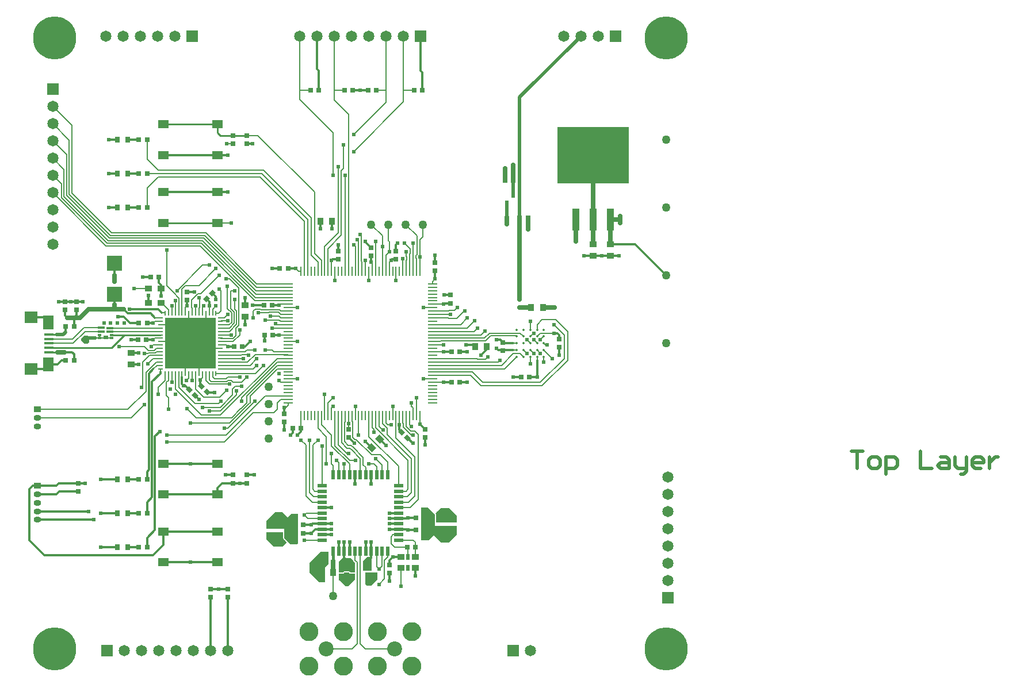
<source format=gtl>
G04 Layer_Physical_Order=1*
G04 Layer_Color=255*
%FSLAX25Y25*%
%MOIN*%
G70*
G01*
G75*
%ADD10R,0.03150X0.02756*%
%ADD11R,0.02362X0.05905*%
%ADD12R,0.02362X0.03347*%
%ADD13R,0.03937X0.03347*%
%ADD14R,0.09055X0.09055*%
G04:AMPARAMS|DCode=15|XSize=27.56mil|YSize=31.5mil|CornerRadius=0mil|HoleSize=0mil|Usage=FLASHONLY|Rotation=225.000|XOffset=0mil|YOffset=0mil|HoleType=Round|Shape=Rectangle|*
%AMROTATEDRECTD15*
4,1,4,-0.00139,0.02088,0.02088,-0.00139,0.00139,-0.02088,-0.02088,0.00139,-0.00139,0.02088,0.0*
%
%ADD15ROTATEDRECTD15*%

%ADD16R,0.03543X0.03937*%
%ADD17R,0.05315X0.01575*%
%ADD18R,0.07480X0.07087*%
%ADD19R,0.06299X0.08268*%
%ADD20R,0.03937X0.03543*%
%ADD21R,0.29528X0.29528*%
%ADD22R,0.00984X0.03150*%
%ADD23R,0.03150X0.00984*%
G04:AMPARAMS|DCode=24|XSize=29.53mil|YSize=33.47mil|CornerRadius=2.21mil|HoleSize=0mil|Usage=FLASHONLY|Rotation=180.000|XOffset=0mil|YOffset=0mil|HoleType=Round|Shape=RoundedRectangle|*
%AMROUNDEDRECTD24*
21,1,0.02953,0.02904,0,0,180.0*
21,1,0.02510,0.03347,0,0,180.0*
1,1,0.00443,-0.01255,0.01452*
1,1,0.00443,0.01255,0.01452*
1,1,0.00443,0.01255,-0.01452*
1,1,0.00443,-0.01255,-0.01452*
%
%ADD24ROUNDEDRECTD24*%
%ADD25R,0.02756X0.03150*%
%ADD26C,0.01378*%
%ADD27R,0.41339X0.33071*%
%ADD28R,0.04134X0.12992*%
%ADD29R,0.06102X0.05118*%
%ADD30R,0.03937X0.01181*%
%ADD31R,0.02362X0.01181*%
%ADD32R,0.03937X0.01575*%
%ADD33R,0.02920X0.02126*%
G04:AMPARAMS|DCode=34|XSize=39.37mil|YSize=35.43mil|CornerRadius=0mil|HoleSize=0mil|Usage=FLASHONLY|Rotation=135.000|XOffset=0mil|YOffset=0mil|HoleType=Round|Shape=Rectangle|*
%AMROTATEDRECTD34*
4,1,4,0.02645,-0.00139,0.00139,-0.02645,-0.02645,0.00139,-0.00139,0.02645,0.02645,-0.00139,0.0*
%
%ADD34ROTATEDRECTD34*%

G04:AMPARAMS|DCode=35|XSize=27.56mil|YSize=31.5mil|CornerRadius=0mil|HoleSize=0mil|Usage=FLASHONLY|Rotation=315.000|XOffset=0mil|YOffset=0mil|HoleType=Round|Shape=Rectangle|*
%AMROTATEDRECTD35*
4,1,4,-0.02088,-0.00139,0.00139,0.02088,0.02088,0.00139,-0.00139,-0.02088,-0.02088,-0.00139,0.0*
%
%ADD35ROTATEDRECTD35*%

%ADD36R,0.02000X0.05800*%
%ADD37R,0.05800X0.02000*%
%ADD38R,0.05800X0.00900*%
%ADD39R,0.00900X0.05800*%
%ADD40C,0.00800*%
%ADD41C,0.02500*%
%ADD42C,0.01500*%
%ADD43C,0.02000*%
%ADD44C,0.01200*%
%ADD45C,0.01000*%
%ADD46C,0.05000*%
%ADD47C,0.06500*%
%ADD48R,0.06500X0.06500*%
%ADD49O,0.04331X0.03543*%
%ADD50R,0.04331X0.03543*%
%ADD51R,0.06500X0.06500*%
%ADD52C,0.25000*%
%ADD53C,0.08661*%
%ADD54C,0.11024*%
%ADD55C,0.02400*%
G36*
X584172Y457431D02*
X584499Y457066D01*
X584516Y457058D01*
X584523Y457041D01*
X584737Y456952D01*
X584947Y456851D01*
X584965Y456858D01*
X584982Y456851D01*
X587500D01*
Y453500D01*
X584000Y450000D01*
X581500D01*
X578000Y453500D01*
Y456851D01*
X580372D01*
X580390Y456858D01*
X580407Y456851D01*
X580617Y456952D01*
X580831Y457041D01*
X580839Y457058D01*
X580856Y457066D01*
X581183Y457431D01*
X581207Y457500D01*
X584147D01*
X584172Y457431D01*
D02*
G37*
G36*
X586468Y464532D02*
X586509Y464324D01*
X586730Y463993D01*
X587500Y463223D01*
Y457500D01*
X585096D01*
X585018Y457538D01*
X584999Y457539D01*
X584986Y457552D01*
X584906Y457585D01*
X584655Y457865D01*
X584643Y457870D01*
X584607Y457959D01*
X584503Y458002D01*
X584428Y458086D01*
X584282Y458094D01*
X584147Y458149D01*
X581207D01*
X581072Y458094D01*
X580926Y458086D01*
X580851Y458002D01*
X580748Y457959D01*
X580711Y457870D01*
X580699Y457865D01*
X580449Y457585D01*
X580368Y457552D01*
X580355Y457539D01*
X580336Y457538D01*
X580258Y457500D01*
X578000D01*
Y464000D01*
X580000Y466000D01*
X585000D01*
X586468Y464532D01*
D02*
G37*
G36*
X600295Y453500D02*
X596795Y450000D01*
X594295D01*
X593500Y450795D01*
Y457500D01*
X600295D01*
Y453500D01*
D02*
G37*
G36*
X572000Y462500D02*
X570000Y460500D01*
Y452000D01*
X566500D01*
X561000Y457500D01*
Y463000D01*
X567500Y469500D01*
X572000D01*
Y462500D01*
D02*
G37*
G36*
X597000Y465500D02*
Y458500D01*
X592000D01*
Y464000D01*
X594500Y466500D01*
X596000D01*
X597000Y465500D01*
D02*
G37*
G36*
X633618Y491437D02*
X633618Y484520D01*
X646457D01*
Y479520D01*
X641957Y475020D01*
X637457D01*
X633010Y479466D01*
X629921Y476378D01*
X625618Y476378D01*
X625618Y495437D01*
X629618D01*
X633618Y491437D01*
D02*
G37*
G36*
X646457Y490520D02*
Y486520D01*
X634268D01*
X634268Y491437D01*
X634077Y491896D01*
X633955Y492018D01*
X636957Y495020D01*
X641957D01*
X646457Y490520D01*
D02*
G37*
G36*
X545851Y477500D02*
X546041Y477041D01*
X548041Y475041D01*
X545500Y472500D01*
X540500D01*
X536000Y477000D01*
Y481000D01*
X545851D01*
Y477500D01*
D02*
G37*
G36*
X548500Y489500D02*
X550500Y491500D01*
X554500D01*
Y474500D01*
X554000Y474000D01*
X550000D01*
X546500Y477500D01*
Y483000D01*
X536000D01*
Y487500D01*
X541000Y492500D01*
X545500D01*
X548500Y489500D01*
D02*
G37*
D10*
X682875Y663386D02*
D03*
X687599D02*
D03*
X679134Y685039D02*
D03*
X674409D02*
D03*
X617717Y472441D02*
D03*
X622441D02*
D03*
X570079Y463583D02*
D03*
X574803D02*
D03*
X466929Y472441D02*
D03*
X462205D02*
D03*
X466929Y492126D02*
D03*
X462205D02*
D03*
X466929Y511811D02*
D03*
X462205D02*
D03*
X469095Y628937D02*
D03*
X473819D02*
D03*
X466929Y669291D02*
D03*
X462205D02*
D03*
X466929Y688976D02*
D03*
X462205D02*
D03*
X466929Y708661D02*
D03*
X462205D02*
D03*
X419882Y600394D02*
D03*
X424606D02*
D03*
X522047Y588583D02*
D03*
X517323D02*
D03*
X461614Y592520D02*
D03*
X466339D02*
D03*
X462205Y602362D02*
D03*
X466929D02*
D03*
X551378Y541339D02*
D03*
X556102D02*
D03*
X627362Y482283D02*
D03*
X622638D02*
D03*
X627362Y489173D02*
D03*
X622638D02*
D03*
X552756Y480315D02*
D03*
X557480D02*
D03*
X552756Y485236D02*
D03*
X557480D02*
D03*
X535039Y595472D02*
D03*
X539764D02*
D03*
X534646Y612598D02*
D03*
X539370D02*
D03*
X543898Y633858D02*
D03*
X548622D02*
D03*
X424606Y580709D02*
D03*
X419882D02*
D03*
X683661Y570866D02*
D03*
X688386D02*
D03*
X648032Y585630D02*
D03*
X643307D02*
D03*
X648032Y567913D02*
D03*
X643307D02*
D03*
X561614Y737205D02*
D03*
X566339D02*
D03*
X586024Y737205D02*
D03*
X581299D02*
D03*
X595079Y737205D02*
D03*
X599803D02*
D03*
X626378Y737205D02*
D03*
X621654D02*
D03*
D11*
X679134Y677953D02*
D03*
X682874Y670472D02*
D03*
X675394D02*
D03*
D12*
X618110Y460433D02*
D03*
Y466732D02*
D03*
D13*
X613976Y460433D02*
D03*
X622244D02*
D03*
Y466732D02*
D03*
X613976D02*
D03*
D14*
X448000Y619142D02*
D03*
Y636858D02*
D03*
D15*
X494781Y560337D02*
D03*
X491440Y563678D02*
D03*
X501670Y562306D02*
D03*
X498330Y565647D02*
D03*
X617812Y535731D02*
D03*
X614471Y539072D02*
D03*
D16*
X568110Y457677D02*
D03*
X574803D02*
D03*
X574213Y661417D02*
D03*
X567520D02*
D03*
X696260Y611221D02*
D03*
X689567D02*
D03*
X663779Y588583D02*
D03*
X657087D02*
D03*
D17*
X410138Y595669D02*
D03*
Y585433D02*
D03*
Y590551D02*
D03*
Y593110D02*
D03*
Y587992D02*
D03*
D18*
X399606Y605512D02*
D03*
Y575591D02*
D03*
D19*
X409646Y602756D02*
D03*
Y578346D02*
D03*
D20*
X475197Y622244D02*
D03*
X467717D02*
D03*
Y613976D02*
D03*
X475197D02*
D03*
X735394Y641339D02*
D03*
Y648032D02*
D03*
X725394Y641339D02*
D03*
Y648032D02*
D03*
X457677Y578346D02*
D03*
Y585039D02*
D03*
X638779Y481890D02*
D03*
Y488583D02*
D03*
X542323Y485630D02*
D03*
Y478937D02*
D03*
X523622Y605905D02*
D03*
Y612598D02*
D03*
D21*
X492126Y590551D02*
D03*
D22*
X506890Y573130D02*
D03*
X504921D02*
D03*
X502953Y573130D02*
D03*
X500984Y573130D02*
D03*
X499016D02*
D03*
X497047D02*
D03*
X495079D02*
D03*
X493110D02*
D03*
X491142Y573130D02*
D03*
X489173Y573130D02*
D03*
X487205D02*
D03*
X485236D02*
D03*
X483268D02*
D03*
X481299D02*
D03*
X479331Y573130D02*
D03*
X477362D02*
D03*
Y607972D02*
D03*
X479331D02*
D03*
X481299Y607972D02*
D03*
X483268D02*
D03*
X485236D02*
D03*
X487205D02*
D03*
X489173D02*
D03*
X491142D02*
D03*
X493110D02*
D03*
X495079D02*
D03*
X497047D02*
D03*
X499016D02*
D03*
X500984D02*
D03*
X502953D02*
D03*
X504921D02*
D03*
X506890D02*
D03*
D23*
X474705Y575787D02*
D03*
Y577756D02*
D03*
Y579724D02*
D03*
Y581693D02*
D03*
Y583661D02*
D03*
Y585630D02*
D03*
Y587598D02*
D03*
Y589567D02*
D03*
Y591535D02*
D03*
Y593504D02*
D03*
Y595472D02*
D03*
Y597441D02*
D03*
Y599409D02*
D03*
Y601378D02*
D03*
Y603346D02*
D03*
Y605315D02*
D03*
X509547Y605315D02*
D03*
Y603346D02*
D03*
Y601378D02*
D03*
Y599409D02*
D03*
X509547Y597441D02*
D03*
Y595472D02*
D03*
Y593504D02*
D03*
X509547Y591535D02*
D03*
X509547Y589567D02*
D03*
X509547Y587598D02*
D03*
Y585630D02*
D03*
Y583661D02*
D03*
X509547Y581693D02*
D03*
Y579724D02*
D03*
Y577756D02*
D03*
Y575787D02*
D03*
D24*
X455709Y472441D02*
D03*
X449803D02*
D03*
X455709Y492126D02*
D03*
X449803D02*
D03*
X455709Y511811D02*
D03*
X449803D02*
D03*
X455709Y669291D02*
D03*
X449803D02*
D03*
X455709Y688976D02*
D03*
X449803D02*
D03*
X455709Y708661D02*
D03*
X449803D02*
D03*
D25*
X490158Y620472D02*
D03*
Y615748D02*
D03*
X426181Y614567D02*
D03*
Y609842D02*
D03*
X427165Y509252D02*
D03*
Y504528D02*
D03*
X524606Y706299D02*
D03*
Y711024D02*
D03*
X516732Y706299D02*
D03*
Y711024D02*
D03*
X524606Y514173D02*
D03*
Y509449D02*
D03*
X516732Y514173D02*
D03*
Y509449D02*
D03*
X583661Y536024D02*
D03*
Y540748D02*
D03*
X627953Y536024D02*
D03*
Y540748D02*
D03*
X582677Y455315D02*
D03*
Y460039D02*
D03*
X546260Y544882D02*
D03*
Y549606D02*
D03*
X595472Y455315D02*
D03*
Y460039D02*
D03*
X607283Y457283D02*
D03*
Y462008D02*
D03*
X577756Y644095D02*
D03*
Y639370D02*
D03*
X419291Y609842D02*
D03*
Y614567D02*
D03*
X503583Y447933D02*
D03*
Y443209D02*
D03*
X513583Y447933D02*
D03*
Y443209D02*
D03*
X596850Y646063D02*
D03*
Y641339D02*
D03*
X611221Y644095D02*
D03*
Y639370D02*
D03*
X673228Y590945D02*
D03*
Y586221D02*
D03*
X705709Y588189D02*
D03*
Y592913D02*
D03*
X633858Y637205D02*
D03*
Y632480D02*
D03*
X642717Y618504D02*
D03*
Y613779D02*
D03*
D26*
X696850Y582677D02*
D03*
X692913D02*
D03*
X688976D02*
D03*
X685039D02*
D03*
X681102D02*
D03*
X696850Y586614D02*
D03*
X692913D02*
D03*
X688976D02*
D03*
X685039D02*
D03*
X681102D02*
D03*
X696850Y590551D02*
D03*
X692913D02*
D03*
X688976D02*
D03*
X685039D02*
D03*
X681102D02*
D03*
X696850Y594488D02*
D03*
X692913D02*
D03*
X688976D02*
D03*
X685039D02*
D03*
X681102D02*
D03*
X696850Y598425D02*
D03*
X692913D02*
D03*
X688976D02*
D03*
X685039D02*
D03*
X681102D02*
D03*
D27*
X725394Y699803D02*
D03*
D28*
X735394Y662205D02*
D03*
X715394D02*
D03*
X725394D02*
D03*
D29*
X476476Y520669D02*
D03*
X507776D02*
D03*
X476476Y502953D02*
D03*
X507776D02*
D03*
Y699803D02*
D03*
X476476D02*
D03*
X507776Y717520D02*
D03*
X476476D02*
D03*
Y481299D02*
D03*
X507776D02*
D03*
X476476Y463583D02*
D03*
X507776D02*
D03*
X476476Y678150D02*
D03*
X507776D02*
D03*
X476476Y660433D02*
D03*
X507776D02*
D03*
D30*
X445472Y597441D02*
D03*
X445472Y599409D02*
D03*
X440354Y597441D02*
D03*
D31*
X439567Y595472D02*
D03*
X439567Y593504D02*
D03*
X446260D02*
D03*
Y595472D02*
D03*
D32*
X440354Y599606D02*
D03*
D33*
X442913Y593976D02*
D03*
D34*
X597043Y530114D02*
D03*
X601776Y534847D02*
D03*
D35*
X504623Y619781D02*
D03*
X501282Y616440D02*
D03*
D36*
X606251Y470026D02*
D03*
X603151D02*
D03*
X599951D02*
D03*
X596851D02*
D03*
X593651D02*
D03*
X590551D02*
D03*
X587451D02*
D03*
X584251D02*
D03*
X581151D02*
D03*
X577951D02*
D03*
X574851D02*
D03*
Y514226D02*
D03*
X577951D02*
D03*
X581151D02*
D03*
X584251D02*
D03*
X587451D02*
D03*
X590551D02*
D03*
X593651D02*
D03*
X596851D02*
D03*
X599951D02*
D03*
X603151D02*
D03*
X606251D02*
D03*
D37*
X568451Y476426D02*
D03*
Y479526D02*
D03*
Y482726D02*
D03*
Y485826D02*
D03*
Y489026D02*
D03*
Y492126D02*
D03*
Y495226D02*
D03*
Y498426D02*
D03*
Y501526D02*
D03*
Y504726D02*
D03*
Y507826D02*
D03*
X612651D02*
D03*
Y504726D02*
D03*
Y501526D02*
D03*
Y498426D02*
D03*
Y495226D02*
D03*
Y492126D02*
D03*
Y489026D02*
D03*
Y485826D02*
D03*
Y482726D02*
D03*
Y479526D02*
D03*
Y476426D02*
D03*
D38*
X548751Y625000D02*
D03*
Y623032D02*
D03*
Y621063D02*
D03*
Y619095D02*
D03*
Y617126D02*
D03*
Y615158D02*
D03*
Y613189D02*
D03*
Y611221D02*
D03*
Y609252D02*
D03*
Y607283D02*
D03*
Y605315D02*
D03*
Y603346D02*
D03*
Y601378D02*
D03*
Y599409D02*
D03*
Y597441D02*
D03*
Y595472D02*
D03*
Y593504D02*
D03*
Y591535D02*
D03*
Y589567D02*
D03*
Y587598D02*
D03*
Y585630D02*
D03*
Y583661D02*
D03*
Y581693D02*
D03*
Y579724D02*
D03*
Y577756D02*
D03*
Y575787D02*
D03*
Y573819D02*
D03*
Y571850D02*
D03*
Y569882D02*
D03*
Y567913D02*
D03*
Y565945D02*
D03*
Y563976D02*
D03*
Y562008D02*
D03*
Y560039D02*
D03*
Y558071D02*
D03*
Y556102D02*
D03*
X632351D02*
D03*
Y558071D02*
D03*
Y560039D02*
D03*
Y562008D02*
D03*
Y563976D02*
D03*
Y565945D02*
D03*
Y567913D02*
D03*
Y569882D02*
D03*
Y571850D02*
D03*
Y573819D02*
D03*
Y575787D02*
D03*
Y577756D02*
D03*
Y579724D02*
D03*
Y581693D02*
D03*
Y583661D02*
D03*
Y585630D02*
D03*
Y587598D02*
D03*
Y589567D02*
D03*
Y591535D02*
D03*
Y593504D02*
D03*
Y595472D02*
D03*
Y597441D02*
D03*
Y599409D02*
D03*
Y601378D02*
D03*
Y603346D02*
D03*
Y605315D02*
D03*
Y607283D02*
D03*
Y609252D02*
D03*
Y611221D02*
D03*
Y613189D02*
D03*
Y615158D02*
D03*
Y617126D02*
D03*
Y619095D02*
D03*
Y621063D02*
D03*
Y623032D02*
D03*
Y625000D02*
D03*
D39*
X556102Y548751D02*
D03*
X558071D02*
D03*
X560039D02*
D03*
X562008D02*
D03*
X563976D02*
D03*
X565945D02*
D03*
X567913D02*
D03*
X569882D02*
D03*
X571850D02*
D03*
X573819D02*
D03*
X575787D02*
D03*
X577756D02*
D03*
X579724D02*
D03*
X581693D02*
D03*
X583661D02*
D03*
X585630D02*
D03*
X587598D02*
D03*
X589567D02*
D03*
X591535D02*
D03*
X593504D02*
D03*
X595472D02*
D03*
X597441D02*
D03*
X599409D02*
D03*
X601378D02*
D03*
X603346D02*
D03*
X605315D02*
D03*
X607283D02*
D03*
X609252D02*
D03*
X611221D02*
D03*
X613189D02*
D03*
X615158D02*
D03*
X617126D02*
D03*
X619095D02*
D03*
X621063D02*
D03*
X623032D02*
D03*
X625000D02*
D03*
Y632351D02*
D03*
X623032D02*
D03*
X621063D02*
D03*
X619095D02*
D03*
X617126D02*
D03*
X615158D02*
D03*
X613189D02*
D03*
X611221D02*
D03*
X609252D02*
D03*
X607283D02*
D03*
X605315D02*
D03*
X603346D02*
D03*
X601378D02*
D03*
X599409D02*
D03*
X597441D02*
D03*
X595472D02*
D03*
X593504D02*
D03*
X591535D02*
D03*
X589567D02*
D03*
X587598D02*
D03*
X585630D02*
D03*
X583661D02*
D03*
X581693D02*
D03*
X579724D02*
D03*
X577756D02*
D03*
X575787D02*
D03*
X573819D02*
D03*
X571850D02*
D03*
X569882D02*
D03*
X567913D02*
D03*
X565945D02*
D03*
X563976D02*
D03*
X562008D02*
D03*
X560039D02*
D03*
X558071D02*
D03*
X556102D02*
D03*
D40*
X574851Y443946D02*
Y457725D01*
X604551Y453961D02*
Y464787D01*
X601378Y450787D02*
X604551Y453961D01*
X514752Y627953D02*
X520180Y622526D01*
Y601047D02*
Y622526D01*
X543539Y604099D02*
X544291Y603346D01*
X535472Y604099D02*
X543539D01*
X532407Y610468D02*
X532976Y609899D01*
X478115Y560271D02*
X479331Y559055D01*
X478115Y560271D02*
Y567840D01*
X479331Y552165D02*
Y559055D01*
X473425Y561024D02*
Y565131D01*
X644916Y609483D02*
X646654Y611221D01*
X641805Y609483D02*
X644916D01*
X646422Y605084D02*
X650724Y609385D01*
X641805Y605084D02*
X646422D01*
X641574Y605315D02*
X641805Y605084D01*
X632351Y605315D02*
X641574D01*
X641574Y609252D02*
X641805Y609483D01*
X632351Y609252D02*
X641574D01*
X697836Y589566D02*
X698817D01*
X696850Y586614D02*
X701772Y581693D01*
X696850Y590551D02*
X697836Y589566D01*
X696850Y590551D02*
Y590551D01*
X632351Y607283D02*
X642717D01*
X688976Y598425D02*
Y603346D01*
X688976Y598425D02*
X688976Y598425D01*
X658233Y581693D02*
X658465Y581461D01*
X632351Y581693D02*
X658233D01*
X637380Y592104D02*
X662982D01*
X636811Y591535D02*
X637380Y592104D01*
X632351Y591535D02*
X636811D01*
X680534Y595057D02*
X681102Y594488D01*
X665934Y595057D02*
X680534D01*
X662982Y592104D02*
X665934Y595057D01*
X662402Y593504D02*
X665354Y596457D01*
X632351Y593504D02*
X662402D01*
X665354Y596457D02*
X683071D01*
X663154Y581461D02*
X664370Y582677D01*
X658465Y581461D02*
X663154D01*
X617126Y640906D02*
Y643701D01*
Y640906D02*
X617357Y640675D01*
Y638853D02*
Y640675D01*
X617126Y638621D02*
X617357Y638853D01*
X617126Y632351D02*
Y638621D01*
X615158Y632351D02*
Y639764D01*
X616142Y648622D02*
X619326Y645438D01*
X596850Y637795D02*
X597441Y637205D01*
X599409Y632351D02*
Y649606D01*
X619095Y632351D02*
Y642558D01*
X619326Y642790D01*
Y645438D01*
X607283Y637795D02*
X608266Y638778D01*
X605315Y632351D02*
Y641732D01*
X607283Y632351D02*
Y637795D01*
X605315Y641732D02*
X607283Y643701D01*
X622800Y639837D02*
Y641659D01*
X623263Y642122D02*
Y653036D01*
X622800Y641659D02*
X623263Y642122D01*
X621063Y632351D02*
Y648622D01*
X616850Y659449D02*
X623263Y653036D01*
X632351Y589567D02*
X638779D01*
X632351Y585630D02*
X638779D01*
X622800Y639837D02*
X623032Y639605D01*
Y632351D02*
Y639605D01*
X613976Y449606D02*
Y460433D01*
X604551Y464787D02*
X606251Y466487D01*
Y470026D01*
X603151Y461419D02*
Y470026D01*
X601378Y459646D02*
X603151Y461419D01*
X599951Y461072D02*
X601378Y459646D01*
X599951Y461072D02*
Y470026D01*
X609447Y479526D02*
X612651D01*
X608268Y478346D02*
X609447Y479526D01*
X608268Y474409D02*
Y478346D01*
Y474409D02*
X610236Y472441D01*
X617717D01*
X618110Y472047D01*
Y466732D02*
Y472047D01*
X622244Y466732D02*
Y475197D01*
X612651Y476426D02*
X621015D01*
X622244Y475197D01*
X542357Y575787D02*
X548751D01*
X504921Y607972D02*
X504921Y607972D01*
X508290Y555534D02*
X509842Y557086D01*
X571850Y556102D02*
X574803Y559055D01*
X571850Y548751D02*
Y556102D01*
X569882Y548751D02*
Y561024D01*
X497688Y569243D02*
X497688D01*
X499016Y570571D01*
X493110Y568730D02*
Y573130D01*
X485236Y564961D02*
X494663Y555534D01*
X493110Y568730D02*
X493518Y568322D01*
X495143Y563913D02*
X499837Y559218D01*
X495079Y569873D02*
Y573130D01*
Y569873D02*
X495143Y569809D01*
X500984Y568886D02*
Y573130D01*
X526575Y577756D02*
X530511Y581692D01*
X615472Y730630D02*
Y768701D01*
X615473Y737205D02*
X621654D01*
X605472Y730472D02*
Y768701D01*
X599803Y737205D02*
X605472D01*
X555472Y731929D02*
Y768701D01*
X555473Y737205D02*
X561614D01*
X575472Y731614D02*
Y768701D01*
X575472Y737205D02*
X581299D01*
X586614Y701772D02*
X615472Y730630D01*
X586614Y711614D02*
X605472Y730472D01*
X485236Y564961D02*
Y573130D01*
X499016Y570571D02*
Y573130D01*
X495079Y587598D02*
X509547D01*
X500984Y599409D02*
Y607972D01*
X491142Y591535D02*
Y607972D01*
X474705Y601378D02*
X481299D01*
X474705Y591535D02*
X491142D01*
X489173Y573130D02*
Y587598D01*
X497047Y573130D02*
Y585630D01*
X542346Y577756D02*
X548751D01*
X542323Y581693D02*
X548751D01*
X542334Y579724D02*
X548751D01*
X544325Y609252D02*
X548751D01*
X540354Y585630D02*
X548751D01*
X539370Y586614D02*
X540354Y585630D01*
X509547Y577756D02*
X526575D01*
X558071Y491142D02*
X559055Y492126D01*
X568451D01*
X560187Y489026D02*
X568451D01*
X558071Y491142D02*
X560187Y489026D01*
X558119Y476426D02*
X568451D01*
X588583Y416339D02*
Y463583D01*
X585630Y413386D02*
X588583Y416339D01*
X587451Y464714D02*
X588583Y463583D01*
X590551Y416339D02*
Y470026D01*
Y416339D02*
X593504Y413386D01*
X610236D01*
X587451Y464714D02*
Y470026D01*
X570866Y413386D02*
X585630D01*
X573819Y520669D02*
Y526575D01*
Y520669D02*
X574851Y519637D01*
X619095Y543307D02*
Y548751D01*
Y543307D02*
X620079Y542323D01*
X556102Y534449D02*
X559055Y531496D01*
Y501968D02*
Y531496D01*
Y501968D02*
X562598Y498426D01*
X568451D01*
X561024Y503937D02*
Y534449D01*
Y503937D02*
X563435Y501526D01*
X568451D01*
X581151Y514226D02*
Y520669D01*
X595472D02*
X598425D01*
X599951Y519143D01*
Y514226D02*
Y519143D01*
X576772Y522638D02*
X577951Y521458D01*
X606251Y514226D02*
Y521543D01*
X603151Y514226D02*
Y519880D01*
X609252Y554134D02*
X609252Y554134D01*
Y548751D02*
Y554134D01*
X599409Y523622D02*
X603151Y519880D01*
X606311Y543307D02*
X608268D01*
X605315Y544303D02*
X606311Y543307D01*
X605315Y544303D02*
Y548751D01*
X562992Y531496D02*
X565945Y534449D01*
X562992Y505905D02*
Y531496D01*
Y505905D02*
X564172Y504726D01*
X568451D01*
X603346Y540354D02*
X603839D01*
X601378Y542323D02*
X603346Y540354D01*
X599409Y541497D02*
X618110Y522796D01*
X601378Y542323D02*
Y548751D01*
X599409Y541497D02*
Y548751D01*
X597441Y541486D02*
X598425Y540501D01*
Y538878D02*
Y540501D01*
X597441Y541486D02*
Y548751D01*
X618110Y505905D02*
Y522796D01*
X568451Y507826D02*
Y531050D01*
X587598Y548751D02*
Y554134D01*
X574851Y514226D02*
Y519637D01*
X577951Y514226D02*
Y521458D01*
X612651Y495226D02*
X619242D01*
X618505Y498426D02*
X622047Y501968D01*
X612651Y498426D02*
X618505D01*
X612651Y501526D02*
X617668D01*
X620079Y503937D01*
X616931Y504726D02*
X618110Y505905D01*
X612651Y504726D02*
X616931D01*
X593651Y514226D02*
Y518553D01*
X412402Y727835D02*
X423323Y716913D01*
Y677520D02*
Y716913D01*
Y677520D02*
X446315Y654528D01*
X412402Y717835D02*
X421823Y708413D01*
Y676899D02*
Y708413D01*
Y676899D02*
X445694Y653028D01*
X412402Y707835D02*
X420323Y699913D01*
Y676277D02*
Y699913D01*
Y676277D02*
X445073Y651528D01*
X412402Y697835D02*
X418823Y691413D01*
Y675656D02*
Y691413D01*
Y675656D02*
X444451Y650028D01*
X412402Y687835D02*
X417323Y682913D01*
Y675035D02*
Y682913D01*
Y675035D02*
X443830Y648528D01*
X412402Y677835D02*
X443209Y647028D01*
X529901Y617126D02*
X548751D01*
X530053Y619095D02*
X548751D01*
X530206Y621063D02*
X548751D01*
X530359Y623032D02*
X548751D01*
X530512Y625000D02*
X548751D01*
X526575Y560005D02*
X542357Y575787D01*
X495143Y563913D02*
Y569809D01*
X487205Y570866D02*
Y573130D01*
X489173Y568897D02*
X489221Y568945D01*
X489236Y568929D01*
X489605D01*
X491142Y570466D01*
Y573130D01*
X548521Y583892D02*
X548751Y583661D01*
X535433Y586614D02*
X539370D01*
X541802Y601378D02*
X548751D01*
X544314Y607283D02*
X548751D01*
X544291Y603346D02*
X548751D01*
X541339Y601841D02*
X541802Y601378D01*
X509547Y581693D02*
X522638D01*
X539370Y599409D02*
X548751D01*
X528543Y605315D02*
Y609252D01*
X593504Y632351D02*
Y638779D01*
X593504Y638779D02*
X593504Y638779D01*
X509547Y579724D02*
X521495D01*
X521727Y579493D01*
X525201D01*
X509547Y583661D02*
X509547Y583661D01*
X521495D01*
X521727Y583893D01*
X525359D01*
X509547Y585630D02*
X523781D01*
X524765Y586614D01*
X499016Y607972D02*
Y611319D01*
X483499Y563903D02*
X498485Y548917D01*
X483268Y607972D02*
Y611062D01*
X474705Y574114D02*
Y575787D01*
X521806Y551334D02*
X521818D01*
X502953Y551181D02*
X509263D01*
X499247Y553381D02*
X509248D01*
X509263Y551181D02*
X518700Y560618D01*
X403543Y552165D02*
X455709D01*
X403543Y547244D02*
X457677D01*
X465551Y555118D01*
X483268Y569056D02*
X483499Y568825D01*
X483268Y569056D02*
Y573130D01*
X478115Y567840D02*
X479331Y569056D01*
Y573130D01*
X481299Y567913D02*
Y573130D01*
X473425Y565131D02*
X477362Y569067D01*
Y573130D01*
X494663Y555534D02*
X508290D01*
X499016Y553150D02*
X499247Y553381D01*
X490158Y552734D02*
X495450Y547441D01*
X492126Y544291D02*
X514764D01*
X521806Y551334D01*
X479331Y607972D02*
Y610005D01*
X475394Y613942D02*
X479331Y610005D01*
X595472Y536417D02*
Y548751D01*
X601972Y525822D02*
X606251Y521543D01*
X620079Y554134D02*
Y556102D01*
Y554134D02*
X621063Y553150D01*
Y548751D02*
Y553150D01*
X623032Y548751D02*
Y559055D01*
X625000Y543701D02*
Y548751D01*
X483268Y611062D02*
X483499Y611294D01*
Y613116D01*
X483268Y613347D02*
X483499Y613116D01*
X535433Y560039D02*
X548751D01*
X544291Y558071D02*
X548751D01*
X542323Y556102D02*
X544291Y558071D01*
X542323Y552165D02*
Y556102D01*
X540354Y550197D02*
X542323Y552165D01*
X528543Y550197D02*
X540354D01*
X511811Y533465D02*
X528543Y550197D01*
X504921Y607972D02*
Y610236D01*
X612651Y507826D02*
Y519239D01*
X595472Y536417D02*
X612651Y519239D01*
X502953Y607972D02*
Y612205D01*
X499016Y611319D02*
X499902Y612205D01*
X481299Y607972D02*
Y612205D01*
X483268Y613347D02*
Y615158D01*
X489173Y624016D02*
X497047D01*
X487205Y622047D02*
X489173Y624016D01*
X487205Y607972D02*
Y622047D01*
X489173Y607972D02*
Y611221D01*
X490158Y612205D01*
X470472Y602362D02*
X471457Y603346D01*
X474705D01*
X459449Y622244D02*
X467717D01*
X509547Y605315D02*
X511811D01*
X513779Y607283D01*
X509547Y603346D02*
X509723Y603522D01*
X516902Y591535D02*
X520669Y595302D01*
X509547Y593504D02*
X509779Y593272D01*
X516659D01*
X518469Y595082D01*
X509547Y591535D02*
X516902D01*
X509547Y595472D02*
X515748D01*
X470472Y575493D02*
X472735Y577756D01*
X474705D01*
X472441Y579724D02*
X474705D01*
X467520Y578740D02*
X470472Y581693D01*
X474705D01*
X471225Y586383D02*
X472441Y587598D01*
X474705D01*
X470472Y589567D02*
X474705D01*
X469488Y588583D02*
X470472Y589567D01*
X472452Y585630D02*
X474705D01*
X465551Y584646D02*
X467355D01*
X474626Y583583D02*
X474705Y583661D01*
X468425Y583583D02*
X474626D01*
X467355Y584646D02*
X467693Y584983D01*
X471805D01*
X467751Y586383D02*
X471225D01*
X465551Y588583D02*
X467751Y586383D01*
X471805Y584983D02*
X472452Y585630D01*
X450787Y588583D02*
X465551D01*
X463583Y564961D02*
X464567Y565945D01*
Y579724D01*
X468425Y583583D01*
X470472Y592520D02*
X471457Y593504D01*
X474705D01*
X513189Y706299D02*
X516732D01*
X484252Y621063D02*
Y621074D01*
X485236Y607972D02*
X485468Y608204D01*
Y616736D01*
X482052Y620152D02*
X485468Y616736D01*
X482052Y620152D02*
Y620310D01*
X478346Y624016D02*
X482052Y620310D01*
X478346Y624016D02*
Y644685D01*
X495079Y607972D02*
Y612205D01*
X495079Y612205D02*
X495079Y612205D01*
X493110Y607972D02*
Y611062D01*
X492879Y611294D02*
X493110Y611062D01*
X497047Y607972D02*
X497047Y607972D01*
X497047Y607972D02*
Y611062D01*
X497279Y611294D01*
X504921Y610236D02*
X506890Y612205D01*
X506890Y607972D02*
X508563D01*
X509723Y603522D02*
X513604D01*
X520669Y595302D02*
Y598425D01*
X509547Y589567D02*
X512795D01*
X513779Y588583D01*
X478346Y533465D02*
X511811D01*
X466351Y573635D02*
X472441Y579724D01*
X455709Y552165D02*
X466351Y562808D01*
Y573635D01*
X475394Y608268D02*
X477067D01*
X496294Y619168D02*
X497946D01*
X492879Y615752D02*
X496294Y619168D01*
X497206Y616967D02*
X497279Y616894D01*
Y611294D02*
Y616894D01*
X492879Y611294D02*
Y615752D01*
X509248Y553381D02*
X516500Y560633D01*
X521654Y559044D02*
X542334Y579724D01*
X509547Y548917D02*
X542323Y581693D01*
X518700Y560618D02*
Y562991D01*
X502942Y566928D02*
X514763D01*
X513052Y568328D02*
X513852Y569128D01*
X515674D01*
X516500Y563903D02*
X518149Y565551D01*
X516500Y560633D02*
Y563903D01*
X518149Y565551D02*
X521654D01*
X531728Y556334D02*
X535433Y560039D01*
X526575Y556102D02*
Y560005D01*
X524606Y560017D02*
X542346Y577756D01*
X529528Y557064D02*
Y557087D01*
X495450Y547441D02*
X515934D01*
X521226Y552734D01*
X521238D01*
X513610Y570866D02*
X520669D01*
X512626Y569882D02*
X513610Y570866D01*
X505905Y569882D02*
X512626D01*
X504921Y570866D02*
X505905Y569882D01*
X504921Y570866D02*
Y573130D01*
X502953Y569467D02*
Y573130D01*
Y569467D02*
X504091Y568328D01*
X513052D01*
X500984Y568886D02*
X502942Y566928D01*
X515674Y569128D02*
X516889Y567913D01*
X498485Y548917D02*
X509547D01*
X483499Y563903D02*
Y568825D01*
X531728Y556175D02*
Y556334D01*
X478505Y537243D02*
X512795D01*
X511811Y541339D02*
X513802D01*
X567913Y543307D02*
Y548751D01*
Y543307D02*
X573819Y537402D01*
X570866Y520669D02*
Y536417D01*
X565945Y541339D02*
Y548751D01*
Y541339D02*
X570866Y536417D01*
X556102Y541339D02*
Y548751D01*
X573819Y531113D02*
X584251Y520681D01*
Y514226D02*
Y520681D01*
X577756Y531496D02*
Y548751D01*
X579724Y545409D02*
Y548751D01*
X579683Y545368D02*
X579724Y545409D01*
X590551Y514226D02*
Y523780D01*
X579683Y532826D02*
Y545368D01*
X581283Y533489D02*
X583413Y531359D01*
X579683Y532826D02*
X582750Y529759D01*
X577756Y531496D02*
X582677Y526575D01*
X583661D01*
X584274Y522638D02*
X587598D01*
X575787Y531124D02*
Y548751D01*
Y531124D02*
X584274Y522638D01*
X573819Y531113D02*
Y537402D01*
X592151Y520053D02*
X593651Y518553D01*
X592151Y520053D02*
Y524443D01*
X589567Y537402D02*
Y548751D01*
X583661Y540748D02*
Y548751D01*
X583661Y540748D02*
X583661Y540748D01*
X585630Y545276D02*
Y548751D01*
X588116Y534680D02*
X596974Y525822D01*
X583413Y531359D02*
X585215D01*
X586294Y530280D01*
X586314D01*
X592151Y524443D01*
X582750Y529759D02*
X584552D01*
X585631Y528680D01*
X585651D01*
X590551Y523780D01*
X596974Y525822D02*
X601972D01*
X581283Y533489D02*
Y544706D01*
X581693Y545115D01*
Y548751D01*
X585630Y545276D02*
X586039Y544866D01*
Y536008D02*
Y544866D01*
X587367Y534680D02*
X588116D01*
X586039Y536008D02*
X587367Y534680D01*
X606039Y537662D02*
X620079Y523622D01*
Y503937D02*
Y523622D01*
X606039Y537662D02*
Y541266D01*
X603346Y543958D02*
Y548751D01*
Y543958D02*
X606039Y541266D01*
X622047Y501968D02*
Y524606D01*
X617126Y542164D02*
Y548751D01*
X619242Y495226D02*
X624016Y500000D01*
X617126Y542164D02*
X619689Y539602D01*
X621974D01*
X624016Y537560D01*
Y500000D02*
Y537560D01*
X613189Y543307D02*
Y548751D01*
X613189Y543307D02*
X613189Y543307D01*
X573819Y548751D02*
Y553150D01*
X574803Y554134D01*
X615158Y544450D02*
X615389Y544218D01*
X615158Y544450D02*
Y548751D01*
X619909Y537402D02*
X621063D01*
X615389Y541922D02*
Y544218D01*
Y541922D02*
X619909Y537402D01*
X610989Y544218D02*
X611221Y544450D01*
Y548751D01*
X610989Y535665D02*
X622047Y524606D01*
X610989Y535665D02*
Y544218D01*
X512795Y537243D02*
X531728Y556175D01*
X513802Y541339D02*
X529528Y557064D01*
X521818Y551334D02*
X526006Y555522D01*
Y555534D01*
X526575Y556102D01*
X521238Y552734D02*
X524606Y556102D01*
Y560017D01*
X521654Y557087D02*
Y559044D01*
X499837Y559218D02*
X508863D01*
X508931Y559286D01*
X509054D01*
X513221Y563453D01*
X509547Y575787D02*
X528543D01*
X516889Y567913D02*
X521654D01*
X524606Y570865D01*
X506890Y573130D02*
X529823D01*
X508563Y607972D02*
X509842Y609252D01*
Y621063D01*
X508858Y622047D02*
X509842Y621063D01*
X544291Y567913D02*
X548751D01*
X543307Y568898D02*
X544291Y567913D01*
X543307Y595472D02*
X548751D01*
X535433Y604138D02*
X535472Y604099D01*
X544303Y605315D02*
X548751D01*
X538386Y606299D02*
X543319D01*
X544303Y605315D01*
X531496Y608268D02*
X537243D01*
X537475Y608499D01*
X543098D01*
X544314Y607283D01*
X532976Y609899D02*
X543678D01*
X544325Y609252D01*
X529528Y615158D02*
X548751D01*
X543307Y612598D02*
X543898Y613189D01*
X548751D01*
X528543Y609252D02*
X529759Y610468D01*
X532407D01*
X509547Y597441D02*
X514594D01*
X509547Y599409D02*
X514582D01*
X518469Y595082D02*
Y599336D01*
X509547Y601378D02*
X512637D01*
X512868Y601147D01*
X514340D01*
X515979Y602786D01*
X546260Y553150D02*
X546260Y553150D01*
X547244D01*
X548751Y554657D01*
Y556102D01*
X583661Y632351D02*
Y686849D01*
X583893Y687081D01*
Y723194D01*
X579493Y690713D02*
X580709Y691929D01*
Y705709D01*
X555472Y731929D02*
X574803Y712598D01*
Y687992D02*
Y712598D01*
X591535Y632351D02*
Y637637D01*
X575472Y731614D02*
X583893Y723194D01*
X588583Y650591D02*
X589567Y649606D01*
Y632351D02*
Y649606D01*
X586614Y647638D02*
X587598Y646654D01*
Y632351D02*
Y646654D01*
X590551Y653543D02*
X590967Y653127D01*
Y638205D02*
Y653127D01*
Y638205D02*
X591535Y637637D01*
X603346Y632351D02*
X603346Y632351D01*
X518469Y599336D02*
X520180Y601047D01*
X514594Y597441D02*
X518780Y601627D01*
X514582Y599409D02*
X517380Y602207D01*
X518780Y601627D02*
Y609353D01*
X517380Y602207D02*
Y608773D01*
X513548Y610625D02*
Y623784D01*
X515979Y602786D02*
Y608193D01*
X513548Y610625D02*
X515979Y608193D01*
X507776Y660433D02*
X515748D01*
X507776Y660433D02*
X507776Y660433D01*
X558071Y632351D02*
Y661417D01*
X466929Y669291D02*
Y680512D01*
X560039Y632351D02*
Y662402D01*
X466929Y688976D02*
X533465D01*
X560039Y662402D01*
X466929Y680512D02*
X473425Y687008D01*
X532480D01*
X558071Y661417D01*
X473425Y690945D02*
X534449D01*
X466929Y697441D02*
X473425Y690945D01*
X466929Y697441D02*
Y708661D01*
X524606Y711024D02*
X531102D01*
X626850Y652441D02*
Y659449D01*
X607283Y643701D02*
Y649606D01*
X606850Y650039D02*
X607283Y649606D01*
X606850Y650039D02*
Y659449D01*
X603346Y646654D02*
Y652953D01*
X596850Y659449D02*
X603346Y652953D01*
X554657Y632351D02*
X556102D01*
X553150Y633858D02*
X554657Y632351D01*
X573819D02*
Y638779D01*
X573819Y638779D02*
X573819Y638779D01*
X571850Y632351D02*
Y637637D01*
X571619Y637868D02*
X571850Y637637D01*
X581693Y632351D02*
Y687992D01*
X569882Y632351D02*
Y646654D01*
X577756Y654528D01*
Y692913D01*
X579493Y653300D02*
Y690713D01*
X571619Y637868D02*
Y645426D01*
X579493Y653300D01*
X548751Y611221D02*
X554134D01*
X548751Y591535D02*
X554134D01*
X548751Y569882D02*
X554134D01*
X575787Y626968D02*
Y632351D01*
X595472Y626968D02*
Y632351D01*
X611221Y626968D02*
Y632351D01*
X597441D02*
Y637205D01*
X534449Y690945D02*
X562008Y663386D01*
X531102Y711024D02*
X563976Y678150D01*
Y642717D02*
Y678150D01*
Y642717D02*
X567913Y638779D01*
Y632351D02*
Y638779D01*
X562008Y641732D02*
Y663386D01*
Y641732D02*
X565945Y637795D01*
Y632351D02*
Y637795D01*
X603346Y632351D02*
Y646654D01*
X692913Y598425D02*
Y601378D01*
X695866Y604331D01*
X703740D01*
X632351Y575787D02*
X674213D01*
X681102Y582677D01*
X632351Y577756D02*
X672244D01*
X679134Y584646D01*
X683071D01*
X685039Y582677D01*
X632351Y579724D02*
X670276D01*
X671260Y580709D01*
X688976Y578740D02*
Y582677D01*
X632351Y571850D02*
X654528D01*
X632351Y573819D02*
X655512D01*
X654528Y571850D02*
X660433Y565945D01*
X695866D01*
X655512Y573819D02*
X661417Y567913D01*
X694882D01*
X692913Y570866D02*
X692913Y570866D01*
Y580709D02*
Y582677D01*
X679134Y586614D02*
X681102D01*
X679134Y590551D02*
X681102D01*
X696850Y579724D02*
Y582677D01*
Y579724D02*
X696850Y579724D01*
X695866Y565945D02*
X710630Y580709D01*
Y597441D01*
X703740Y604331D02*
X710630Y597441D01*
X692913Y594488D02*
X694882Y596457D01*
X692913Y594488D02*
X692913D01*
X694882Y596457D02*
X702756D01*
X694882Y567913D02*
X708661Y581693D01*
X702756Y601378D02*
X708661Y595472D01*
Y581693D02*
Y595472D01*
X688976Y594488D02*
X688976D01*
X683071Y596457D02*
X685039Y594488D01*
X632351Y593504D02*
X632351Y593504D01*
X632351Y626446D02*
X633858Y627953D01*
X632351Y625000D02*
Y626446D01*
X625000Y650591D02*
X626850Y652441D01*
X625000Y632351D02*
Y640748D01*
Y650591D01*
X638779Y567913D02*
X638779Y567913D01*
X632351Y567913D02*
X638779D01*
X626968Y569882D02*
X632351D01*
X685039Y586614D02*
X687008Y584646D01*
X692913Y586614D02*
X692913D01*
X694882Y584646D01*
X687008Y592520D02*
X688976Y590551D01*
X692913D02*
Y590551D01*
X694882Y592520D02*
X696850Y594488D01*
X694882Y592520D02*
Y592520D01*
X632351Y595472D02*
X660433D01*
X632351Y597441D02*
X656496D01*
X658465Y599409D01*
X632351D02*
X652559D01*
X632351Y601378D02*
X648622D01*
X652559Y605315D01*
X632351Y613189D02*
X638779D01*
X626968Y611221D02*
X632351D01*
X688976Y586614D02*
X690945Y584646D01*
X688976Y594488D02*
X690945Y596457D01*
Y592520D02*
X692913Y590551D01*
X445472Y597441D02*
X474705D01*
X445472Y599409D02*
X474705D01*
X471457Y605315D02*
X474705D01*
X650724Y609385D02*
X651024D01*
X652559Y599409D02*
X656810Y603660D01*
X660433Y595472D02*
X662715Y597754D01*
X525359Y583893D02*
X525591Y583661D01*
X524765Y586614D02*
X529528D01*
X525201Y579493D02*
X529600Y583892D01*
X548521D01*
X530511Y581692D02*
X530511D01*
X529823Y573130D02*
X534449Y577756D01*
X528543Y575787D02*
X530512Y577756D01*
X497047Y624016D02*
X506890Y633858D01*
X508858Y629921D02*
Y630080D01*
X497946Y619168D02*
X508858Y630080D01*
X484252Y621074D02*
X499004Y635827D01*
X502953D01*
X446315Y654528D02*
X500984D01*
X445694Y653028D02*
X500363D01*
X445073Y651528D02*
X499742D01*
X444451Y650028D02*
X499120D01*
X443830Y648528D02*
X498499D01*
X500984Y654528D02*
X530512Y625000D01*
X500363Y653028D02*
X530359Y623032D01*
X499742Y651528D02*
X530206Y621063D01*
X499120Y650028D02*
X530053Y619095D01*
X498499Y648528D02*
X529901Y617126D01*
X443209Y647028D02*
X497657D01*
X512795Y627953D02*
X514752D01*
X497657Y647028D02*
X529528Y615158D01*
X517717Y610416D02*
Y616142D01*
X515517Y610636D02*
Y620831D01*
X517717Y610416D02*
X518780Y609353D01*
X515517Y610636D02*
X517380Y608773D01*
X515517Y620831D02*
X515748Y621063D01*
X517717D01*
X439567Y593504D02*
Y595472D01*
X439567Y593504D02*
X446260D01*
X410138Y593110D02*
X423819D01*
X430315Y599606D01*
X440354D01*
X410138Y590551D02*
X424213D01*
X431102Y597441D01*
X440354D01*
X437008Y593504D02*
X439567D01*
D41*
X574851Y457725D02*
Y463631D01*
X682677Y611221D02*
X689567D01*
X696260D02*
X703150D01*
X675394Y659646D02*
Y663583D01*
X687599Y656496D02*
Y663386D01*
X674409Y685039D02*
Y691929D01*
X682875Y616142D02*
Y663386D01*
X679134Y685039D02*
Y693898D01*
X448000Y628118D02*
Y630087D01*
Y626150D02*
Y628118D01*
Y610236D02*
X453299D01*
X433071D02*
X448000D01*
Y612992D01*
X741142Y660433D02*
Y662402D01*
Y664370D01*
X735394Y648032D02*
Y662205D01*
X725394Y648032D02*
Y662205D01*
Y695866D01*
X735394Y662402D02*
X741142D01*
X715394Y649606D02*
Y662205D01*
X415158Y585433D02*
X417126D01*
X419095D01*
X420669Y605315D02*
X422638D01*
X424606D01*
X428150D01*
X433071Y610236D01*
X431102Y593504D02*
X432087D01*
X430118Y592520D02*
X431102Y593504D01*
X430118Y592520D02*
X431102Y591535D01*
X432087D01*
Y593504D01*
D42*
X574851Y463631D02*
Y470026D01*
D43*
X682874Y733228D02*
X718347Y768701D01*
X682874Y670472D02*
Y733228D01*
X675394Y663583D02*
Y670472D01*
X682874Y663386D02*
Y670472D01*
X679134Y677953D02*
Y685039D01*
X414370Y595669D02*
X418504D01*
X419882Y597047D01*
X432087Y593504D02*
X437008D01*
X437008Y593504D01*
X875000Y527997D02*
X881664D01*
X878332D01*
Y518000D01*
X886663D02*
X889995D01*
X891661Y519666D01*
Y522998D01*
X889995Y524664D01*
X886663D01*
X884997Y522998D01*
Y519666D01*
X886663Y518000D01*
X894993Y514668D02*
Y524664D01*
X899992D01*
X901658Y522998D01*
Y519666D01*
X899992Y518000D01*
X894993D01*
X914987Y527997D02*
Y518000D01*
X921652D01*
X926650Y524664D02*
X929982D01*
X931648Y522998D01*
Y518000D01*
X926650D01*
X924984Y519666D01*
X926650Y521332D01*
X931648D01*
X934981Y524664D02*
Y519666D01*
X936647Y518000D01*
X941645D01*
Y516334D01*
X939979Y514668D01*
X938313D01*
X941645Y518000D02*
Y524664D01*
X949976Y518000D02*
X946644D01*
X944977Y519666D01*
Y522998D01*
X946644Y524664D01*
X949976D01*
X951642Y522998D01*
Y521332D01*
X944977D01*
X954974Y524664D02*
Y518000D01*
Y521332D01*
X956640Y522998D01*
X958306Y524664D01*
X959972D01*
D44*
X467951Y572972D02*
X470472Y575493D01*
X467951Y517164D02*
Y572972D01*
X663779Y587008D02*
Y588583D01*
X660433Y583661D02*
X663779Y587008D01*
X656102Y589567D02*
X657087Y588583D01*
X596850Y637795D02*
Y641339D01*
X611221Y647638D02*
X612205Y648622D01*
X611221Y644095D02*
Y647638D01*
X608266Y638778D02*
X608858Y639370D01*
X611221D01*
X638779Y585630D02*
X643307D01*
X622244Y455512D02*
Y460433D01*
X609252Y466535D02*
X613779D01*
X607283Y464567D02*
X609252Y466535D01*
X607283Y462008D02*
Y464567D01*
Y452756D02*
X607283Y452756D01*
X607283Y452756D02*
Y457283D01*
X749606Y648032D02*
X767717Y629921D01*
X735394Y648032D02*
X749606D01*
X448000Y630087D02*
Y636858D01*
Y612992D02*
Y619142D01*
X457134Y602362D02*
X462205D01*
X453497Y606000D02*
X457134Y602362D01*
X450000Y606000D02*
X453497D01*
X497688Y566288D02*
Y569243D01*
Y566288D02*
X498330Y565647D01*
X501968Y562008D02*
X505905D01*
X488189Y565945D02*
X489173D01*
X491440Y563678D01*
X494781Y560337D02*
X497047Y558071D01*
X565472Y749488D02*
Y768701D01*
Y749488D02*
X566339Y748622D01*
Y737205D02*
Y748622D01*
X625472Y748543D02*
Y768701D01*
X473819Y625591D02*
Y628937D01*
Y625591D02*
X475197Y624213D01*
Y622244D02*
Y624213D01*
X524606Y514173D02*
X529134D01*
X512402D02*
X516732D01*
X414961Y578346D02*
X417323Y580709D01*
X419882D01*
X596851Y508858D02*
Y514226D01*
X587451Y509005D02*
Y514226D01*
X487205Y566929D02*
X488189Y565945D01*
X487205Y566929D02*
Y570866D01*
X476476Y520669D02*
X507776D01*
X476476Y502953D02*
X507776D01*
Y506791D01*
X510433Y509449D01*
X516732D01*
X476476Y463583D02*
X507776D01*
X476476Y481299D02*
X507776D01*
X403543Y507874D02*
X414370D01*
X415748Y509252D01*
X427165D01*
X400591Y507874D02*
X403543D01*
X398622Y505905D02*
X400591Y507874D01*
X403543Y502953D02*
X414370D01*
X398622Y476378D02*
Y505905D01*
Y476378D02*
X407480Y467520D01*
X470472D01*
X476476Y473524D01*
Y481299D01*
X439961Y492126D02*
X449803D01*
X439961Y511811D02*
X449803D01*
X439961Y472441D02*
X449803D01*
X455709D02*
X462205D01*
X455709Y492126D02*
X462205D01*
X455709Y511811D02*
X462205D01*
X466929Y511811D02*
Y516142D01*
X474705Y573130D02*
Y574114D01*
X466929Y492126D02*
Y498425D01*
X503583Y412402D02*
Y443209D01*
X513583Y412402D02*
Y443209D01*
X503583Y447933D02*
X513583D01*
X725394Y695866D02*
Y699803D01*
X419882Y597047D02*
Y600394D01*
X424606Y580709D02*
Y584252D01*
X426181Y606890D02*
Y609842D01*
X419291Y614567D02*
X426181D01*
X429724D01*
X415748D02*
X419291D01*
X399606Y575591D02*
X406890D01*
X399606Y605512D02*
X406890D01*
X409646Y602756D01*
X725394Y641339D02*
X735394D01*
X740551D01*
X720079D02*
X725394D01*
X497047Y558071D02*
X497047D01*
X625000Y543701D02*
X627953Y540748D01*
X403543Y488189D02*
X436024D01*
X501282Y616440D02*
X502953Y614770D01*
X504623Y619781D02*
X506890Y617514D01*
Y616142D02*
Y617514D01*
X601776Y534847D02*
X605315Y531307D01*
X593504Y533653D02*
X597043Y530114D01*
X627953Y531496D02*
Y536024D01*
Y531496D02*
X627953Y531496D01*
X423425Y585433D02*
X424606Y584252D01*
X419095Y585433D02*
X423425D01*
X419291Y606693D02*
Y609842D01*
Y606693D02*
X420669Y605315D01*
X424606D02*
X426181Y606890D01*
X424606Y600394D02*
Y605315D01*
X502953Y612205D02*
Y614770D01*
X490158Y612205D02*
Y615748D01*
X490158Y612205D02*
X490158Y612205D01*
Y620472D02*
X494488D01*
X466929Y602362D02*
X470472D01*
X403543Y493110D02*
X433071D01*
X427165Y509252D02*
X431102D01*
X464567Y628937D02*
X469095D01*
X464567Y628937D02*
X464567Y628937D01*
X467717Y613976D02*
Y618307D01*
X475197Y617913D02*
Y622244D01*
X457677Y585039D02*
X462008D01*
X457677Y578346D02*
X462008D01*
X466339Y592520D02*
X470472D01*
X457677D02*
X461614D01*
X455709Y708661D02*
X462205D01*
X455709Y688976D02*
X462205D01*
X455709Y669291D02*
X462205D01*
X476476Y678150D02*
X507776D01*
X476476Y699803D02*
X507776D01*
X524606Y706299D02*
X528150D01*
X523622Y588583D02*
X526575Y591535D01*
X522047Y588583D02*
X523622D01*
X517323D02*
X517323Y588583D01*
X513779Y588583D02*
X517323D01*
X466929Y498425D02*
X469751Y501247D01*
X466929Y516142D02*
X467951Y517164D01*
X469751Y568176D02*
X474705Y573130D01*
X466929Y472441D02*
Y477756D01*
X471551Y482378D01*
X469751Y501247D02*
Y568176D01*
X471551Y482378D02*
Y536512D01*
X474409Y539370D01*
X516732Y509449D02*
X520669D01*
X524606D01*
X556102Y539370D02*
Y541339D01*
X554134Y537402D02*
X556102Y539370D01*
X551378Y538583D02*
Y541339D01*
X550197Y537402D02*
X551378Y538583D01*
X583661Y536024D02*
X587205Y532480D01*
X613189Y540354D02*
Y543307D01*
Y540354D02*
X614471Y539072D01*
X617812Y535731D02*
X621063Y532480D01*
X621063D01*
X607283Y492126D02*
X612651D01*
X568451Y479526D02*
X573624D01*
X568451Y495226D02*
X573672D01*
X607283Y485826D02*
X612651D01*
X562598D02*
X573776D01*
X562008Y485236D02*
X562598Y485826D01*
X557480Y485236D02*
X562008D01*
X557480Y480315D02*
X562008D01*
X562008Y480315D01*
X564419Y482726D01*
X573776D01*
X548228Y480315D02*
X548228Y480315D01*
X581151Y466093D02*
Y475350D01*
Y466093D02*
X582677Y464567D01*
X582677Y450787D02*
X582677Y450787D01*
X595472Y464567D02*
X595472Y464567D01*
X596851Y465946D01*
Y475350D01*
X584251Y470026D02*
Y474999D01*
X577951Y470026D02*
Y475350D01*
X593651Y470026D02*
Y475350D01*
X607327Y482726D02*
X617668D01*
X618110Y482283D01*
X622638D01*
X607327Y489026D02*
X617963D01*
X618110Y489173D01*
X622638D01*
X622638Y489173D01*
X631890D02*
X631890Y489173D01*
X631890Y482283D02*
X631890Y482283D01*
X539764Y595472D02*
X543307D01*
X543307Y595472D01*
X535039Y591929D02*
Y595472D01*
X539370Y612598D02*
X543307D01*
X527953D02*
X534646D01*
X523622Y601378D02*
Y605905D01*
X546260Y549606D02*
Y553150D01*
Y540354D02*
Y544882D01*
Y540354D02*
X546260Y540354D01*
X523622Y612598D02*
Y617126D01*
X548622Y633858D02*
X553150D01*
X539370D02*
X543898D01*
X539370Y633858D02*
X539370Y633858D01*
X574409Y639370D02*
X577756D01*
X573819Y638779D02*
X574409Y639370D01*
X577756Y644095D02*
Y647638D01*
X593504Y649409D02*
X596850Y646063D01*
X593504Y649409D02*
Y649606D01*
X567520Y656890D02*
Y661417D01*
X574213Y656890D02*
Y661417D01*
X688386Y570866D02*
X692913D01*
X692913Y570866D02*
Y580709D01*
X670276Y586614D02*
X679134D01*
X669291Y587598D02*
X670276Y586614D01*
X673622Y590551D02*
X679134D01*
X673228Y590945D02*
X673622Y590551D01*
X702756Y596457D02*
X704724D01*
X705709Y595472D01*
Y592913D02*
Y595472D01*
Y583661D02*
X705709Y583661D01*
X705709Y583661D02*
Y588189D01*
X633858Y627953D02*
Y632480D01*
X633858Y627953D02*
X633858Y627953D01*
Y637205D02*
Y641732D01*
X633858Y641732D02*
X633858Y641732D01*
X643307Y585630D02*
X643307Y585630D01*
X648032D02*
X652559D01*
X652559Y585630D01*
X638779Y567913D02*
X643307D01*
X648032D02*
X652559D01*
X652559Y567913D01*
X683661Y570866D02*
X683661Y570866D01*
X679134Y570866D02*
X683661D01*
X639370Y613779D02*
X642717D01*
X638779Y613189D02*
X639370Y613779D01*
X639173Y618504D02*
X642717D01*
X651575Y589567D02*
X656102D01*
X671654Y592519D02*
X673228Y590945D01*
X669290Y592519D02*
X671654D01*
X473425Y610236D02*
X475394Y608268D01*
X456693Y610236D02*
X473425D01*
X453299D02*
X455699Y607836D01*
X468935D01*
X471457Y605315D01*
X399606Y575591D02*
X399606Y575591D01*
Y575787D01*
X399606Y605315D02*
X399606Y605315D01*
X409646Y578346D02*
X414961D01*
X406890Y575591D02*
X409646Y578346D01*
X586024Y737205D02*
X586024Y737205D01*
X595079D01*
X626378Y737205D02*
Y747638D01*
X625472Y748543D02*
X626378Y747638D01*
X444882Y669291D02*
X449803D01*
X444882Y688976D02*
X449803D01*
X444882Y708661D02*
X449803D01*
X414370Y502953D02*
X415945Y504528D01*
X427165D01*
X507776Y678150D02*
X513779D01*
X507776Y699803D02*
X513779D01*
X513779Y699803D01*
D45*
X410138Y595669D02*
X414370D01*
X410138Y585433D02*
X415158D01*
X476476Y660433D02*
X507776D01*
X476476Y717520D02*
X507776D01*
Y712697D02*
Y717520D01*
Y712697D02*
X509449Y711024D01*
X516732D01*
X524606D01*
X446260Y595472D02*
X474705D01*
X446260Y587992D02*
X453740Y595472D01*
X410138Y587992D02*
X446260D01*
D46*
X767717Y590551D02*
D03*
X537402Y535350D02*
D03*
Y545350D02*
D03*
Y555350D02*
D03*
Y565350D02*
D03*
X767717Y708661D02*
D03*
Y669291D02*
D03*
Y629921D02*
D03*
X574803Y443898D02*
D03*
X596850Y659449D02*
D03*
X606850D02*
D03*
X616850D02*
D03*
X626850D02*
D03*
D47*
X708347Y768701D02*
D03*
X718347D02*
D03*
X728346D02*
D03*
X453583Y412402D02*
D03*
X463583D02*
D03*
X473583D02*
D03*
X483583D02*
D03*
X493583D02*
D03*
X503583D02*
D03*
X513583D02*
D03*
X412402Y657835D02*
D03*
Y727835D02*
D03*
Y717835D02*
D03*
Y707835D02*
D03*
Y697835D02*
D03*
Y687835D02*
D03*
Y677835D02*
D03*
Y667835D02*
D03*
Y647835D02*
D03*
X689134Y412402D02*
D03*
X768701Y512913D02*
D03*
Y502913D02*
D03*
Y492913D02*
D03*
Y482913D02*
D03*
Y472913D02*
D03*
Y462913D02*
D03*
Y452913D02*
D03*
X555472Y768701D02*
D03*
X565472D02*
D03*
X575472D02*
D03*
X585472D02*
D03*
X595472D02*
D03*
X605472D02*
D03*
X615472D02*
D03*
X442913D02*
D03*
X452913D02*
D03*
X462913D02*
D03*
X472913D02*
D03*
X482913D02*
D03*
D48*
X738346D02*
D03*
X443583Y412402D02*
D03*
X679134D02*
D03*
X625472Y768701D02*
D03*
X492913D02*
D03*
D49*
X403543Y542323D02*
D03*
Y547244D02*
D03*
Y488189D02*
D03*
Y502953D02*
D03*
Y493110D02*
D03*
Y498032D02*
D03*
D50*
Y552165D02*
D03*
Y507874D02*
D03*
D51*
X412402Y737835D02*
D03*
X768701Y442913D02*
D03*
D52*
X767717Y413386D02*
D03*
Y767717D02*
D03*
X413386D02*
D03*
Y413386D02*
D03*
D53*
X570866D02*
D03*
X610236D02*
D03*
D54*
X580866Y403386D02*
D03*
Y423386D02*
D03*
X560866D02*
D03*
Y403386D02*
D03*
X620236D02*
D03*
Y423386D02*
D03*
X600236D02*
D03*
Y403386D02*
D03*
D55*
X569685Y467717D02*
D03*
X564173Y463386D02*
D03*
X563386Y457874D02*
D03*
X568110Y453150D02*
D03*
X579134Y453937D02*
D03*
Y459842D02*
D03*
X586221D02*
D03*
Y453937D02*
D03*
X541339Y490158D02*
D03*
X537402Y485433D02*
D03*
Y478346D02*
D03*
X546063Y475197D02*
D03*
X552165Y476378D02*
D03*
Y489173D02*
D03*
X599213Y455512D02*
D03*
X627953Y478346D02*
D03*
X643701Y481299D02*
D03*
X635827Y478346D02*
D03*
X643701Y489173D02*
D03*
X635827Y492126D02*
D03*
X682875Y616142D02*
D03*
X682677Y611221D02*
D03*
X684646Y611221D02*
D03*
X703150Y611220D02*
D03*
X701181Y611221D02*
D03*
X675394Y659646D02*
D03*
X675394Y661614D02*
D03*
Y663583D02*
D03*
X687599Y658465D02*
D03*
X687599Y656496D02*
D03*
X674409Y691929D02*
D03*
X674409Y689961D02*
D03*
X679134Y693898D02*
D03*
X682875Y620079D02*
D03*
Y618110D02*
D03*
X679134Y691929D02*
D03*
Y689961D02*
D03*
X698817Y589566D02*
D03*
X701772Y581693D02*
D03*
X642717Y607283D02*
D03*
X688976Y603346D02*
D03*
X660433Y583661D02*
D03*
X617126Y643701D02*
D03*
X615158Y639764D02*
D03*
X596850Y637795D02*
D03*
X612205Y648622D02*
D03*
X608266Y638778D02*
D03*
X616142Y648622D02*
D03*
X621063D02*
D03*
X638779Y589567D02*
D03*
Y585630D02*
D03*
X622244Y455512D02*
D03*
X613976Y449606D02*
D03*
X609252Y466535D02*
D03*
X607283Y452756D02*
D03*
X601378Y450787D02*
D03*
Y459646D02*
D03*
X448000Y626150D02*
D03*
Y628118D02*
D03*
Y630087D02*
D03*
X450000Y606000D02*
D03*
X490158Y552734D02*
D03*
X509842Y557086D02*
D03*
X574803Y559055D02*
D03*
X569882Y561024D02*
D03*
X497688Y569243D02*
D03*
X505905Y562008D02*
D03*
X488189Y565945D02*
D03*
X492942Y568898D02*
D03*
X590551Y737205D02*
D03*
X577756Y692913D02*
D03*
X586614Y701772D02*
D03*
X580709Y705709D02*
D03*
X586614Y711614D02*
D03*
X529134Y514173D02*
D03*
X512402D02*
D03*
X534449Y577756D02*
D03*
X725394Y695866D02*
D03*
X717520D02*
D03*
X721457D02*
D03*
X729331D02*
D03*
X733268D02*
D03*
X729331Y699803D02*
D03*
X733268D02*
D03*
Y703740D02*
D03*
X729331D02*
D03*
X725394D02*
D03*
X721457D02*
D03*
X717520D02*
D03*
Y699803D02*
D03*
X721457D02*
D03*
X725394D02*
D03*
X558071Y491142D02*
D03*
X558119Y476426D02*
D03*
X596851Y508858D02*
D03*
X587451D02*
D03*
X570866Y520669D02*
D03*
X573819Y526575D02*
D03*
X620079Y542323D02*
D03*
X556102Y534449D02*
D03*
X561024D02*
D03*
X581151Y520669D02*
D03*
X595472D02*
D03*
X576772Y522638D02*
D03*
X609252Y554134D02*
D03*
X599409Y523622D02*
D03*
X608268Y543307D02*
D03*
X565945Y534449D02*
D03*
X603839Y540354D02*
D03*
X568451Y531050D02*
D03*
X598425Y538878D02*
D03*
X524606Y570865D02*
D03*
X489605Y568929D02*
D03*
X492126Y590551D02*
D03*
X480315D02*
D03*
X503937D02*
D03*
X492126Y578740D02*
D03*
X531496Y608268D02*
D03*
X535433Y586614D02*
D03*
X492126Y520669D02*
D03*
Y463583D02*
D03*
X541339Y601841D02*
D03*
X522638Y581693D02*
D03*
X539370Y599409D02*
D03*
X528543Y605315D02*
D03*
X593504Y638779D02*
D03*
X439961Y492126D02*
D03*
Y511811D02*
D03*
Y472441D02*
D03*
X480315Y563976D02*
D03*
X483268Y561024D02*
D03*
X508504Y447933D02*
D03*
X479331Y552165D02*
D03*
X741142Y664370D02*
D03*
Y660433D02*
D03*
Y662402D02*
D03*
X415748Y614567D02*
D03*
X429724D02*
D03*
X422736D02*
D03*
X720079Y641339D02*
D03*
X730315D02*
D03*
X740551D02*
D03*
X715394Y653937D02*
D03*
Y649606D02*
D03*
Y651772D02*
D03*
X520669Y570866D02*
D03*
X521654Y565551D02*
D03*
X502953Y551181D02*
D03*
X463583Y564961D02*
D03*
X465551Y555118D02*
D03*
X481299Y567913D02*
D03*
X473425Y561024D02*
D03*
X480315Y578740D02*
D03*
X503937D02*
D03*
Y602362D02*
D03*
X497047Y558071D02*
D03*
X499016Y553150D02*
D03*
X492126Y544291D02*
D03*
X620079Y556102D02*
D03*
X623032Y559055D02*
D03*
X625000Y543701D02*
D03*
X436024Y488189D02*
D03*
X502953Y612205D02*
D03*
X506890Y616142D02*
D03*
X605315Y531307D02*
D03*
X593504Y533653D02*
D03*
X627953Y531496D02*
D03*
X417126Y585433D02*
D03*
X415158D02*
D03*
X419095D02*
D03*
X420669Y605315D02*
D03*
X424606D02*
D03*
X422638D02*
D03*
X499902Y612205D02*
D03*
X481299D02*
D03*
X483268Y615158D02*
D03*
X490158Y612205D02*
D03*
X494488Y620472D02*
D03*
X486221Y602362D02*
D03*
X498032D02*
D03*
X492126D02*
D03*
X480315D02*
D03*
X486221Y590551D02*
D03*
X498032D02*
D03*
X470472Y602362D02*
D03*
X433071Y493110D02*
D03*
X431102Y509252D02*
D03*
X464567Y628937D02*
D03*
X467717Y618307D02*
D03*
X459449Y622244D02*
D03*
X475197Y617913D02*
D03*
X513779Y607283D02*
D03*
X515748Y595472D02*
D03*
X467520Y578740D02*
D03*
X465551Y584646D02*
D03*
X469488Y588583D02*
D03*
X450787D02*
D03*
X462008Y585039D02*
D03*
Y578346D02*
D03*
X470472Y592520D02*
D03*
X457677D02*
D03*
X513189Y706299D02*
D03*
X528150D02*
D03*
X484252Y621063D02*
D03*
X478346Y644685D02*
D03*
X495079Y612205D02*
D03*
X508858Y622047D02*
D03*
X506890Y612205D02*
D03*
X513604Y603522D02*
D03*
X520669Y598425D02*
D03*
X526575Y591535D02*
D03*
X513779Y588583D02*
D03*
X478346Y533465D02*
D03*
X497206Y616967D02*
D03*
X518700Y562991D02*
D03*
X514763Y566928D02*
D03*
X529528Y557087D02*
D03*
X474409Y539370D02*
D03*
X478505Y537243D02*
D03*
X511811Y541339D02*
D03*
X520669Y509449D02*
D03*
X554134Y537402D02*
D03*
X550197D02*
D03*
X583661Y526575D02*
D03*
X587598Y522638D02*
D03*
X589567Y537402D02*
D03*
X587598Y554134D02*
D03*
X587205Y532480D02*
D03*
X583661Y544095D02*
D03*
X621063Y537402D02*
D03*
X613189Y543307D02*
D03*
X621063Y532480D02*
D03*
X574803Y554134D02*
D03*
X607283Y492126D02*
D03*
X573624Y479526D02*
D03*
X573672Y495226D02*
D03*
X607283Y485826D02*
D03*
X562008Y485236D02*
D03*
Y480315D02*
D03*
X548228D02*
D03*
X541339Y474409D02*
D03*
X582677Y464567D02*
D03*
Y450787D02*
D03*
X595669Y451181D02*
D03*
X595472Y464567D02*
D03*
X584251Y475350D02*
D03*
X577951D02*
D03*
X593651D02*
D03*
X521654Y557087D02*
D03*
X513221Y563453D02*
D03*
X535433Y604138D02*
D03*
X618110Y482283D02*
D03*
Y489173D02*
D03*
X631890D02*
D03*
X631890Y482283D02*
D03*
X640748Y493110D02*
D03*
Y477362D02*
D03*
X543307Y572835D02*
D03*
Y568898D02*
D03*
Y595472D02*
D03*
X535039Y591929D02*
D03*
X538386Y606299D02*
D03*
X543307Y612598D02*
D03*
X527953D02*
D03*
X523622Y601378D02*
D03*
X546260Y553150D02*
D03*
X546260Y540354D02*
D03*
X581693Y687992D02*
D03*
X574803D02*
D03*
X588583Y650591D02*
D03*
X586614Y647638D02*
D03*
X590551Y653543D02*
D03*
X599409Y649606D02*
D03*
X603346Y646654D02*
D03*
X607283Y643701D02*
D03*
X513548Y623784D02*
D03*
X523622Y617126D02*
D03*
X515748Y660433D02*
D03*
X553150Y633858D02*
D03*
X539370Y633858D02*
D03*
X573819Y638779D02*
D03*
X577756Y647638D02*
D03*
X554134Y611221D02*
D03*
Y591535D02*
D03*
Y569882D02*
D03*
X575787Y626968D02*
D03*
X595472D02*
D03*
X611221D02*
D03*
X593504Y649606D02*
D03*
X567520Y656890D02*
D03*
X574213D02*
D03*
X702756Y601378D02*
D03*
X671260Y580709D02*
D03*
X688976Y578740D02*
D03*
X692913Y570866D02*
D03*
X669291Y587598D02*
D03*
X696850Y579724D02*
D03*
X702756Y596457D02*
D03*
X705709Y583661D02*
D03*
X633858Y627953D02*
D03*
Y641732D02*
D03*
X625000Y640748D02*
D03*
X664370Y582677D02*
D03*
X652559Y585630D02*
D03*
X638779Y567913D02*
D03*
X652559D02*
D03*
X626968Y569882D02*
D03*
X687008Y584646D02*
D03*
X694882D02*
D03*
X687008Y592520D02*
D03*
X694882D02*
D03*
X679134Y570866D02*
D03*
X658465Y599409D02*
D03*
X652559Y605315D02*
D03*
X646654Y611221D02*
D03*
X638779Y613189D02*
D03*
X626968Y611221D02*
D03*
X639173Y618504D02*
D03*
X651575Y589567D02*
D03*
X690945Y584646D02*
D03*
X669290Y592519D02*
D03*
X690945Y596457D02*
D03*
Y592520D02*
D03*
X441929Y602362D02*
D03*
X449803D02*
D03*
X445866D02*
D03*
X453740D02*
D03*
X456693Y610236D02*
D03*
X651024Y609385D02*
D03*
X656810Y603660D02*
D03*
X662715Y597754D02*
D03*
X525591Y583661D02*
D03*
X529528Y586614D02*
D03*
X530511Y581692D02*
D03*
X530512Y577756D02*
D03*
X399606Y575787D02*
D03*
Y605315D02*
D03*
X409646Y602756D02*
D03*
Y578346D02*
D03*
X546063Y489370D02*
D03*
X627953Y494095D02*
D03*
X548228Y485236D02*
D03*
X581151Y475350D02*
D03*
X596851D02*
D03*
X573776Y482726D02*
D03*
Y485826D02*
D03*
X607327Y482726D02*
D03*
Y489026D02*
D03*
X444882Y669291D02*
D03*
Y688976D02*
D03*
Y708661D02*
D03*
X512795Y627953D02*
D03*
X506890Y633858D02*
D03*
X508858Y629921D02*
D03*
X502953Y635827D02*
D03*
X517717Y616142D02*
D03*
Y621063D02*
D03*
X432087Y591535D02*
D03*
Y593504D02*
D03*
X430118Y592520D02*
D03*
X513779Y678150D02*
D03*
Y699803D02*
D03*
M02*

</source>
